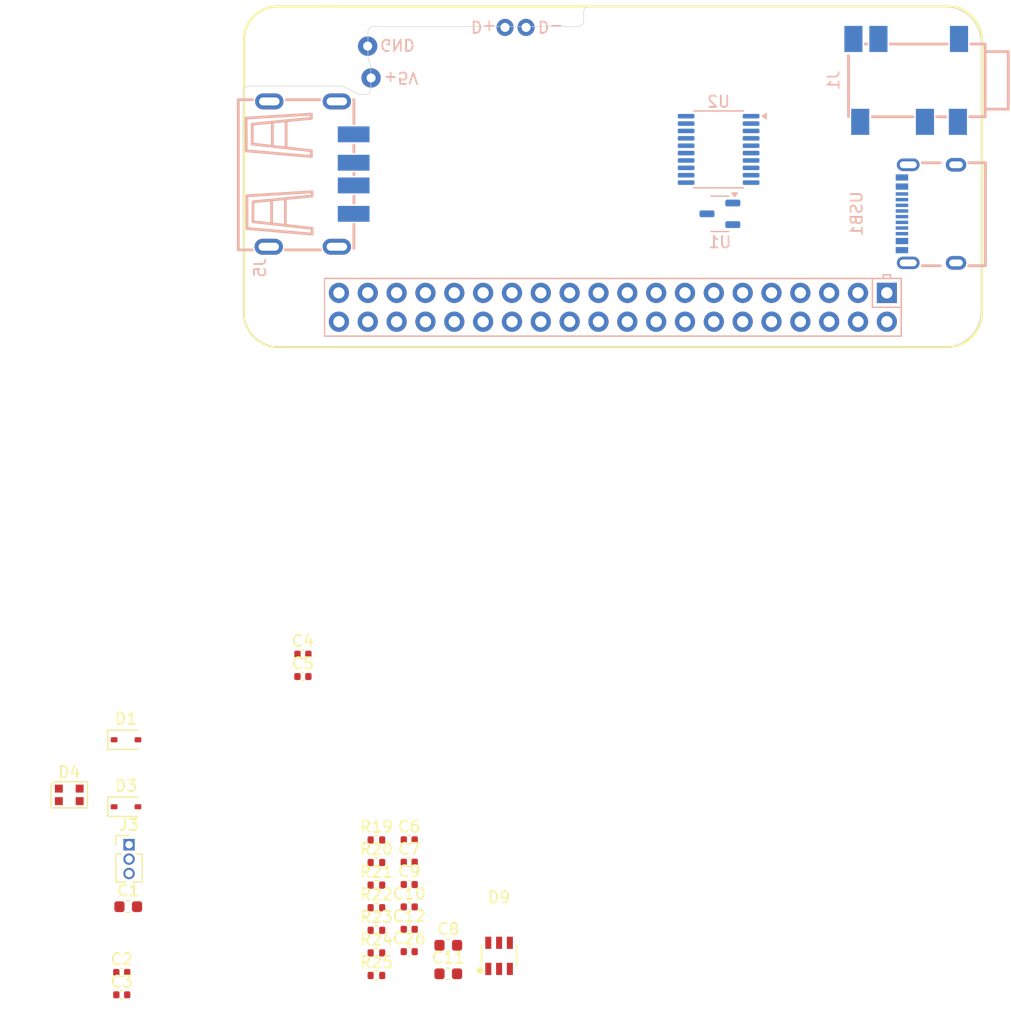
<source format=kicad_pcb>
(kicad_pcb (version 20241229) (generator "pcbnew") (generator_version "9.0")
  (layers (0 "F.Cu" signal) (2 "B.Cu" signal) (13 "F.Paste" user) (15 "B.Paste" user) (5 "F.SilkS" user "F.Silkscreen") (7 "B.SilkS" user "B.Silkscreen") (1 "F.Mask" user) (3 "B.Mask" user) (25 "Edge.Cuts" user))
  (net 0 "")
  (net 1 "GND")
  (net 2 "+5V_USB")
  (net 5 "+5V")
  (net 6 "/LED_STAGE_1")
  (net 7 "/LED_STAGE_2")
  (net 50 "+3V3D")
  (net 51 "/V_USB_HOST")
  (net 52 "+3V3A")
  (net 55 "Net-(U2-CAPM)")
  (net 56 "Net-(U2-CAPP)")
  (net 57 "/USB_D_HOST_N")
  (net 58 "/USB_D_HOST_P")
  (net 59 "Net-(U2-VNEG)")
  (net 60 "Net-(C7-Pad1)")
  (net 61 "Net-(U2-LDOO)")
  (net 62 "Net-(C10-Pad1)")
  (net 64 "Net-(D1-A)")
  (net 65 "/USB_D_N")
  (net 66 "/USB_D_P")
  (net 68 "/USB_CC2")
  (net 69 "/USB_CC1")
  (net 70 "Net-(U2-OUTL)")
  (net 71 "Net-(U2-OUTR)")
  (net 78 "/I2S_CLK")
  (net 79 "/I2S_WS")
  (net 80 "/I2S_DATA")
  (footprint "LED_SMD:LED_WS2812B-2020_PLCC4_2.0x2.0mm" (layer "F.Cu") (at 102.19 154.67)
    (property "Reference" "D4" (at 0 -2 0) (layer "F.SilkS"))
    (property "Value" "WS2812B-2020")
    (fp_line (start -1.6 1.15) (end -1.6 -0.85) (stroke (width 0.12)) (layer "F.SilkS"))
    (fp_line (start -1.6 1.15) (end 1.6 1.15) (stroke (width 0.12)) (layer "F.SilkS"))
    (fp_line (start -1.3 -1.15) (end -1.6 -0.85) (stroke (width 0.12)) (layer "F.SilkS"))
    (fp_line (start -1.3 -1.15) (end 1.6 -1.15) (stroke (width 0.12)) (layer "F.SilkS"))
    (fp_line (start 1.6 -1.15) (end 1.6 1.15) (stroke (width 0.12)) (layer "F.SilkS"))
    (pad "1" smd rect (at -0.915 -0.55) (size 0.7 0.7) (layers "F.Cu" "F.Mask" "F.Paste") (net 7 "/LED_STAGE_2"))
    (pad "2" smd rect (at -0.915 0.55) (size 0.7 0.7) (layers "F.Cu" "F.Mask" "F.Paste") (net 1 "GND"))
    (pad "3" smd rect (at 0.915 0.55) (size 0.7 0.7) (layers "F.Cu" "F.Mask" "F.Paste") (net 6 "/LED_STAGE_1"))
    (pad "4" smd rect (at 0.915 -0.55) (size 0.7 0.7) (layers "F.Cu" "F.Mask" "F.Paste") (net 5 "+5V"))
  )
  (footprint "Resistor_SMD:R_0402_1005Metric" (layer "F.Cu") (at 129.245 164.61)
    (property "Reference" "R22" (at 0 -1.17 0) (layer "F.SilkS"))
    (property "Value" "470")
    (fp_line (start -0.153641 -0.38) (end 0.153641 -0.38) (stroke (width 0.12)) (layer "F.SilkS"))
    (fp_line (start -0.153641 0.38) (end 0.153641 0.38) (stroke (width 0.12)) (layer "F.SilkS"))
    (pad "1" smd roundrect (at -0.51 0) (size 0.54 0.64) (layers "F.Cu" "F.Mask" "F.Paste") (net 71 "Net-(U2-OUTR)"))
    (pad "2" smd roundrect (at 0.51 0) (size 0.54 0.64) (layers "F.Cu" "F.Mask" "F.Paste") (net 60 "Net-(C7-Pad1)"))
  )
  (footprint "Resistor_SMD:R_0402_1005Metric" (layer "F.Cu") (at 129.245 162.62)
    (property "Reference" "R21" (at 0 -1.17 0) (layer "F.SilkS"))
    (property "Value" "470")
    (fp_line (start -0.153641 -0.38) (end 0.153641 -0.38) (stroke (width 0.12)) (layer "F.SilkS"))
    (fp_line (start -0.153641 0.38) (end 0.153641 0.38) (stroke (width 0.12)) (layer "F.SilkS"))
    (pad "1" smd roundrect (at -0.51 0) (size 0.54 0.64) (layers "F.Cu" "F.Mask" "F.Paste") (net 70 "Net-(U2-OUTL)"))
    (pad "2" smd roundrect (at 0.51 0) (size 0.54 0.64) (layers "F.Cu" "F.Mask" "F.Paste") (net 62 "Net-(C10-Pad1)"))
  )
  (footprint "Capacitor_SMD:C_0402_1005Metric" (layer "F.Cu") (at 122.77 144.25)
    (property "Reference" "C5" (at 0 -1.16 0) (layer "F.SilkS"))
    (property "Value" "2.2u")
    (fp_line (start -0.107836 -0.36) (end 0.107836 -0.36) (stroke (width 0.12)) (layer "F.SilkS"))
    (fp_line (start -0.107836 0.36) (end 0.107836 0.36) (stroke (width 0.12)) (layer "F.SilkS"))
    (pad "1" smd roundrect (at -0.48 0) (size 0.56 0.62) (layers "F.Cu" "F.Mask" "F.Paste") (net 56 "Net-(U2-CAPP)"))
    (pad "2" smd roundrect (at 0.48 0) (size 0.56 0.62) (layers "F.Cu" "F.Mask" "F.Paste") (net 55 "Net-(U2-CAPM)"))
  )
  (footprint "Resistor_SMD:R_0402_1005Metric" (layer "F.Cu") (at 129.245 158.64)
    (property "Reference" "R19" (at 0 -1.17 0) (layer "F.SilkS"))
    (property "Value" "5.1k")
    (fp_line (start -0.153641 -0.38) (end 0.153641 -0.38) (stroke (width 0.12)) (layer "F.SilkS"))
    (fp_line (start -0.153641 0.38) (end 0.153641 0.38) (stroke (width 0.12)) (layer "F.SilkS"))
    (pad "1" smd roundrect (at -0.51 0) (size 0.54 0.64) (layers "F.Cu" "F.Mask" "F.Paste") (net 68 "/USB_CC2"))
    (pad "2" smd roundrect (at 0.51 0) (size 0.54 0.64) (layers "F.Cu" "F.Mask" "F.Paste") (net 1 "GND"))
  )
  (footprint "Resistor_SMD:R_0402_1005Metric" (layer "F.Cu") (at 129.245 166.6)
    (property "Reference" "R23" (at 0 -1.17 0) (layer "F.SilkS"))
    (property "Value" "22")
    (fp_line (start -0.153641 -0.38) (end 0.153641 -0.38) (stroke (width 0.12)) (layer "F.SilkS"))
    (fp_line (start -0.153641 0.38) (end 0.153641 0.38) (stroke (width 0.12)) (layer "F.SilkS"))
    (pad "1" smd roundrect (at -0.51 0) (size 0.54 0.64) (layers "F.Cu" "F.Mask" "F.Paste"))
    (pad "2" smd roundrect (at 0.51 0) (size 0.54 0.64) (layers "F.Cu" "F.Mask" "F.Paste"))
  )
  (footprint "Capacitor_SMD:C_0603_1608Metric" (layer "F.Cu") (at 107.385 164.52)
    (property "Reference" "C1" (at 0 -1.43 0) (layer "F.SilkS"))
    (property "Value" "10u")
    (fp_line (start -0.14058 -0.51) (end 0.14058 -0.51) (stroke (width 0.12)) (layer "F.SilkS"))
    (fp_line (start -0.14058 0.51) (end 0.14058 0.51) (stroke (width 0.12)) (layer "F.SilkS"))
    (pad "1" smd roundrect (at -0.775 0) (size 0.9 0.95) (layers "F.Cu" "F.Mask" "F.Paste") (net 52 "+3V3A"))
    (pad "2" smd roundrect (at 0.775 0) (size 0.9 0.95) (layers "F.Cu" "F.Mask" "F.Paste") (net 1 "GND"))
  )
  (footprint "Capacitor_SMD:C_0402_1005Metric" (layer "F.Cu") (at 106.815 170.31)
    (property "Reference" "C2" (at 0 -1.16 0) (layer "F.SilkS"))
    (property "Value" "100n")
    (fp_line (start -0.107836 -0.36) (end 0.107836 -0.36) (stroke (width 0.12)) (layer "F.SilkS"))
    (fp_line (start -0.107836 0.36) (end 0.107836 0.36) (stroke (width 0.12)) (layer "F.SilkS"))
    (pad "1" smd roundrect (at -0.48 0) (size 0.56 0.62) (layers "F.Cu" "F.Mask" "F.Paste") (net 5 "+5V"))
    (pad "2" smd roundrect (at 0.48 0) (size 0.56 0.62) (layers "F.Cu" "F.Mask" "F.Paste") (net 1 "GND"))
  )
  (footprint "Resistor_SMD:R_0402_1005Metric" (layer "F.Cu") (at 129.245 168.59)
    (property "Reference" "R24" (at 0 -1.17 0) (layer "F.SilkS"))
    (property "Value" "22")
    (fp_line (start -0.153641 -0.38) (end 0.153641 -0.38) (stroke (width 0.12)) (layer "F.SilkS"))
    (fp_line (start -0.153641 0.38) (end 0.153641 0.38) (stroke (width 0.12)) (layer "F.SilkS"))
    (pad "1" smd roundrect (at -0.51 0) (size 0.54 0.64) (layers "F.Cu" "F.Mask" "F.Paste"))
    (pad "2" smd roundrect (at 0.51 0) (size 0.54 0.64) (layers "F.Cu" "F.Mask" "F.Paste"))
  )
  (footprint "Capacitor_SMD:C_0603_1608Metric" (layer "F.Cu") (at 135.575 170.43)
    (property "Reference" "C11" (at 0 -1.43 0) (layer "F.SilkS"))
    (property "Value" "10u")
    (fp_line (start -0.14058 -0.51) (end 0.14058 -0.51) (stroke (width 0.12)) (layer "F.SilkS"))
    (fp_line (start -0.14058 0.51) (end 0.14058 0.51) (stroke (width 0.12)) (layer "F.SilkS"))
    (pad "1" smd roundrect (at -0.775 0) (size 0.9 0.95) (layers "F.Cu" "F.Mask" "F.Paste") (net 50 "+3V3D"))
    (pad "2" smd roundrect (at 0.775 0) (size 0.9 0.95) (layers "F.Cu" "F.Mask" "F.Paste") (net 1 "GND"))
  )
  (footprint "Diode_SMD:D_SOD-323" (layer "F.Cu") (at 107.19 155.72)
    (property "Reference" "D3" (at 0 -1.85 0) (layer "F.SilkS"))
    (property "Value" "BAT60JFILM")
    (fp_line (start -1.61 -0.85) (end -1.61 0.85) (stroke (width 0.12)) (layer "F.SilkS"))
    (fp_line (start -1.61 -0.85) (end 1.05 -0.85) (stroke (width 0.12)) (layer "F.SilkS"))
    (fp_line (start -1.61 0.85) (end 1.05 0.85) (stroke (width 0.12)) (layer "F.SilkS"))
    (pad "1" smd roundrect (at -1.05 0) (size 0.6 0.45) (layers "F.Cu" "F.Mask" "F.Paste") (net 5 "+5V"))
    (pad "2" smd roundrect (at 1.05 0) (size 0.6 0.45) (layers "F.Cu" "F.Mask" "F.Paste") (net 52 "+3V3A"))
  )
  (footprint "Capacitor_SMD:C_0603_1608Metric" (layer "F.Cu") (at 135.575 167.92)
    (property "Reference" "C8" (at 0 -1.43 0) (layer "F.SilkS"))
    (property "Value" "10u")
    (fp_line (start -0.14058 -0.51) (end 0.14058 -0.51) (stroke (width 0.12)) (layer "F.SilkS"))
    (fp_line (start -0.14058 0.51) (end 0.14058 0.51) (stroke (width 0.12)) (layer "F.SilkS"))
    (pad "1" smd roundrect (at -0.775 0) (size 0.9 0.95) (layers "F.Cu" "F.Mask" "F.Paste") (net 61 "Net-(U2-LDOO)"))
    (pad "2" smd roundrect (at 0.775 0) (size 0.9 0.95) (layers "F.Cu" "F.Mask" "F.Paste") (net 1 "GND"))
  )
  (footprint "Capacitor_SMD:C_0402_1005Metric" (layer "F.Cu") (at 122.77 142.28)
    (property "Reference" "C4" (at 0 -1.16 0) (layer "F.SilkS"))
    (property "Value" "100n")
    (fp_line (start -0.107836 -0.36) (end 0.107836 -0.36) (stroke (width 0.12)) (layer "F.SilkS"))
    (fp_line (start -0.107836 0.36) (end 0.107836 0.36) (stroke (width 0.12)) (layer "F.SilkS"))
    (pad "1" smd roundrect (at -0.48 0) (size 0.56 0.62) (layers "F.Cu" "F.Mask" "F.Paste") (net 52 "+3V3A"))
    (pad "2" smd roundrect (at 0.48 0) (size 0.56 0.62) (layers "F.Cu" "F.Mask" "F.Paste") (net 1 "GND"))
  )
  (footprint "Capacitor_SMD:C_0402_1005Metric" (layer "F.Cu") (at 132.135 158.63)
    (property "Reference" "C6" (at 0 -1.16 0) (layer "F.SilkS"))
    (property "Value" "2.2u")
    (fp_line (start -0.107836 -0.36) (end 0.107836 -0.36) (stroke (width 0.12)) (layer "F.SilkS"))
    (fp_line (start -0.107836 0.36) (end 0.107836 0.36) (stroke (width 0.12)) (layer "F.SilkS"))
    (pad "1" smd roundrect (at -0.48 0) (size 0.56 0.62) (layers "F.Cu" "F.Mask" "F.Paste") (net 59 "Net-(U2-VNEG)"))
    (pad "2" smd roundrect (at 0.48 0) (size 0.56 0.62) (layers "F.Cu" "F.Mask" "F.Paste") (net 1 "GND"))
  )
  (footprint "_lib:SOT-23-6_L2.9-W1.6-P0.95-LS2.8-BL" (layer "F.Cu") (at 140.05 168.85)
    (property "Reference" "D9" (at 0 -5.15 0) (layer "F.SilkS"))
    (property "Value" "USBLC6-2SC6")
    (fp_line (start -1.54 0.89) (end -1.54 -0.89) (stroke (width 0.15)) (layer "F.SilkS"))
    (fp_line (start 1.54 0.89) (end 1.54 -0.89) (stroke (width 0.15)) (layer "F.SilkS"))
    (fp_circle (center -1.67 1.3) (end -1.52 1.3) (stroke (width 0.3)) (fill no) (layer "F.SilkS"))
    (pad "1" smd rect (at -0.95 1.15) (size 0.53 1.07) (layers "F.Cu" "F.Mask" "F.Paste") (net 58 "/USB_D_HOST_P"))
    (pad "2" smd rect (at 0 1.15) (size 0.53 1.07) (layers "F.Cu" "F.Mask" "F.Paste") (net 1 "GND"))
    (pad "3" smd rect (at 0.95 1.15) (size 0.53 1.07) (layers "F.Cu" "F.Mask" "F.Paste") (net 57 "/USB_D_HOST_N"))
    (pad "4" smd rect (at 0.95 -1.15) (size 0.53 1.07) (layers "F.Cu" "F.Mask" "F.Paste") (net 65 "/USB_D_N"))
    (pad "5" smd rect (at 0 -1.15) (size 0.53 1.07) (layers "F.Cu" "F.Mask" "F.Paste"))
    (pad "6" smd rect (at -0.95 -1.15) (size 0.53 1.07) (layers "F.Cu" "F.Mask" "F.Paste") (net 66 "/USB_D_P"))
  )
  (footprint "Capacitor_SMD:C_0402_1005Metric" (layer "F.Cu") (at 132.135 168.48)
    (property "Reference" "C26" (at 0 -1.16 0) (layer "F.SilkS"))
    (property "Value" "100n")
    (fp_line (start -0.107836 -0.36) (end 0.107836 -0.36) (stroke (width 0.12)) (layer "F.SilkS"))
    (fp_line (start -0.107836 0.36) (end 0.107836 0.36) (stroke (width 0.12)) (layer "F.SilkS"))
    (pad "1" smd roundrect (at -0.48 0) (size 0.56 0.62) (layers "F.Cu" "F.Mask" "F.Paste"))
    (pad "2" smd roundrect (at 0.48 0) (size 0.56 0.62) (layers "F.Cu" "F.Mask" "F.Paste") (net 1 "GND"))
  )
  (footprint "Capacitor_SMD:C_0402_1005Metric" (layer "F.Cu") (at 132.135 162.57)
    (property "Reference" "C9" (at 0 -1.16 0) (layer "F.SilkS"))
    (property "Value" "100n")
    (fp_line (start -0.107836 -0.36) (end 0.107836 -0.36) (stroke (width 0.12)) (layer "F.SilkS"))
    (fp_line (start -0.107836 0.36) (end 0.107836 0.36) (stroke (width 0.12)) (layer "F.SilkS"))
    (pad "1" smd roundrect (at -0.48 0) (size 0.56 0.62) (layers "F.Cu" "F.Mask" "F.Paste") (net 61 "Net-(U2-LDOO)"))
    (pad "2" smd roundrect (at 0.48 0) (size 0.56 0.62) (layers "F.Cu" "F.Mask" "F.Paste") (net 1 "GND"))
  )
  (footprint "Resistor_SMD:R_0402_1005Metric" (layer "F.Cu") (at 129.245 160.63)
    (property "Reference" "R20" (at 0 -1.17 0) (layer "F.SilkS"))
    (property "Value" "5.1k")
    (fp_line (start -0.153641 -0.38) (end 0.153641 -0.38) (stroke (width 0.12)) (layer "F.SilkS"))
    (fp_line (start -0.153641 0.38) (end 0.153641 0.38) (stroke (width 0.12)) (layer "F.SilkS"))
    (pad "1" smd roundrect (at -0.51 0) (size 0.54 0.64) (layers "F.Cu" "F.Mask" "F.Paste") (net 69 "/USB_CC1"))
    (pad "2" smd roundrect (at 0.51 0) (size 0.54 0.64) (layers "F.Cu" "F.Mask" "F.Paste") (net 1 "GND"))
  )
  (footprint "Connector_PinHeader_1.27mm:PinHeader_1x03_P1.27mm_Vertical" (layer "F.Cu") (at 107.455 159.06)
    (property "Reference" "J3" (at 0 -1.745 0) (layer "F.SilkS"))
    (property "Value" "LED")
    (fp_line (start -1.16 -0.81) (end 0 -0.81) (stroke (width 0.12)) (layer "F.SilkS"))
    (fp_line (start -1.16 0) (end -1.16 -0.81) (stroke (width 0.12)) (layer "F.SilkS"))
    (fp_line (start -1.16 0.81) (end -1.16 3.285) (stroke (width 0.12)) (layer "F.SilkS"))
    (fp_line (start -1.16 0.81) (end -0.666708 0.81) (stroke (width 0.12)) (layer "F.SilkS"))
    (fp_line (start -1.16 3.285) (end -0.317923 3.285) (stroke (width 0.12)) (layer "F.SilkS"))
    (fp_line (start 0.317923 3.285) (end 1.16 3.285) (stroke (width 0.12)) (layer "F.SilkS"))
    (fp_line (start 0.666708 0.81) (end 1.16 0.81) (stroke (width 0.12)) (layer "F.SilkS"))
    (fp_line (start 1.16 0.81) (end 1.16 3.285) (stroke (width 0.12)) (layer "F.SilkS"))
    (pad "1" thru_hole rect (at 0 0) (size 1 1) (drill 0.65) (layers "*.Cu" "*.Mask") (net 1 "GND"))
    (pad "2" thru_hole circle (at 0 1.27) (size 1 1) (drill 0.65) (layers "*.Cu" "*.Mask") (net 7 "/LED_STAGE_2"))
    (pad "3" thru_hole circle (at 0 2.54) (size 1 1) (drill 0.65) (layers "*.Cu" "*.Mask") (net 5 "+5V"))
  )
  (footprint "Diode_SMD:D_SOD-323" (layer "F.Cu") (at 107.19 149.82)
    (property "Reference" "D1" (at 0 -1.85 0) (layer "F.SilkS"))
    (property "Value" "BAT60JFILM")
    (fp_line (start -1.61 -0.85) (end -1.61 0.85) (stroke (width 0.12)) (layer "F.SilkS"))
    (fp_line (start -1.61 -0.85) (end 1.05 -0.85) (stroke (width 0.12)) (layer "F.SilkS"))
    (fp_line (start -1.61 0.85) (end 1.05 0.85) (stroke (width 0.12)) (layer "F.SilkS"))
    (pad "1" smd roundrect (at -1.05 0) (size 0.6 0.45) (layers "F.Cu" "F.Mask" "F.Paste") (net 2 "+5V_USB"))
    (pad "2" smd roundrect (at 1.05 0) (size 0.6 0.45) (layers "F.Cu" "F.Mask" "F.Paste") (net 64 "Net-(D1-A)"))
  )
  (footprint "Capacitor_SMD:C_0402_1005Metric" (layer "F.Cu") (at 132.135 164.54)
    (property "Reference" "C10" (at 0 -1.16 0) (layer "F.SilkS"))
    (property "Value" "2.2n")
    (fp_line (start -0.107836 -0.36) (end 0.107836 -0.36) (stroke (width 0.12)) (layer "F.SilkS"))
    (fp_line (start -0.107836 0.36) (end 0.107836 0.36) (stroke (width 0.12)) (layer "F.SilkS"))
    (pad "1" smd roundrect (at -0.48 0) (size 0.56 0.62) (layers "F.Cu" "F.Mask" "F.Paste") (net 62 "Net-(C10-Pad1)"))
    (pad "2" smd roundrect (at 0.48 0) (size 0.56 0.62) (layers "F.Cu" "F.Mask" "F.Paste") (net 1 "GND"))
  )
  (footprint "Capacitor_SMD:C_0402_1005Metric" (layer "F.Cu") (at 106.815 172.28)
    (property "Reference" "C3" (at 0 -1.16 0) (layer "F.SilkS"))
    (property "Value" "2.2u")
    (fp_line (start -0.107836 -0.36) (end 0.107836 -0.36) (stroke (width 0.12)) (layer "F.SilkS"))
    (fp_line (start -0.107836 0.36) (end 0.107836 0.36) (stroke (width 0.12)) (layer "F.SilkS"))
    (pad "1" smd roundrect (at -0.48 0) (size 0.56 0.62) (layers "F.Cu" "F.Mask" "F.Paste"))
    (pad "2" smd roundrect (at 0.48 0) (size 0.56 0.62) (layers "F.Cu" "F.Mask" "F.Paste"))
  )
  (footprint "Capacitor_SMD:C_0402_1005Metric" (layer "F.Cu") (at 132.135 160.6)
    (property "Reference" "C7" (at 0 -1.16 0) (layer "F.SilkS"))
    (property "Value" "2.2n")
    (fp_line (start -0.107836 -0.36) (end 0.107836 -0.36) (stroke (width 0.12)) (layer "F.SilkS"))
    (fp_line (start -0.107836 0.36) (end 0.107836 0.36) (stroke (width 0.12)) (layer "F.SilkS"))
    (pad "1" smd roundrect (at -0.48 0) (size 0.56 0.62) (layers "F.Cu" "F.Mask" "F.Paste") (net 60 "Net-(C7-Pad1)"))
    (pad "2" smd roundrect (at 0.48 0) (size 0.56 0.62) (layers "F.Cu" "F.Mask" "F.Paste") (net 1 "GND"))
  )
  (footprint "Resistor_SMD:R_0402_1005Metric" (layer "F.Cu") (at 129.245 170.58)
    (property "Reference" "R25" (at 0 -1.17 0) (layer "F.SilkS"))
    (property "Value" "22")
    (fp_line (start -0.153641 -0.38) (end 0.153641 -0.38) (stroke (width 0.12)) (layer "F.SilkS"))
    (fp_line (start -0.153641 0.38) (end 0.153641 0.38) (stroke (width 0.12)) (layer "F.SilkS"))
    (pad "1" smd roundrect (at -0.51 0) (size 0.54 0.64) (layers "F.Cu" "F.Mask" "F.Paste"))
    (pad "2" smd roundrect (at 0.51 0) (size 0.54 0.64) (layers "F.Cu" "F.Mask" "F.Paste"))
  )
  (footprint "Capacitor_SMD:C_0402_1005Metric" (layer "F.Cu") (at 132.135 166.51)
    (property "Reference" "C12" (at 0 -1.16 0) (layer "F.SilkS"))
    (property "Value" "100n")
    (fp_line (start -0.107836 -0.36) (end 0.107836 -0.36) (stroke (width 0.12)) (layer "F.SilkS"))
    (fp_line (start -0.107836 0.36) (end 0.107836 0.36) (stroke (width 0.12)) (layer "F.SilkS"))
    (pad "1" smd roundrect (at -0.48 0) (size 0.56 0.62) (layers "F.Cu" "F.Mask" "F.Paste") (net 50 "+3V3D"))
    (pad "2" smd roundrect (at 0.48 0) (size 0.56 0.62) (layers "F.Cu" "F.Mask" "F.Paste") (net 1 "GND"))
  )
  (footprint "Package_SO:TSSOP-20_4.4x6.5mm_P0.65mm" (layer "B.Cu") (at 159.3875 97.825 180)
    (property "Reference" "U2" (at 0 4.2 0) (layer "B.SilkS") (effects (justify mirror)))
    (property "Value" "PCM5102A")
    (fp_line (start 0 3.385) (end 2.2 3.385) (stroke (width 0.12)) (layer "B.SilkS"))
    (fp_line (start 0 3.385) (end -2.2 3.385) (stroke (width 0.12)) (layer "B.SilkS"))
    (fp_line (start 0 -3.385) (end 2.2 -3.385) (stroke (width 0.12)) (layer "B.SilkS"))
    (fp_line (start 0 -3.385) (end -2.2 -3.385) (stroke (width 0.12)) (layer "B.SilkS"))
    (fp_poly (pts (xy -3.86 2.925) (xy -4.19 2.685) (xy -4.19 3.165)) (stroke (width 0.12)) (fill yes) (layer "B.SilkS"))
    (pad "1" smd roundrect (at -2.8625 2.925 180) (size 1.475 0.4) (layers "B.Cu" "B.Mask" "B.Paste") (net 52 "+3V3A"))
    (pad "2" smd roundrect (at -2.8625 2.275 180) (size 1.475 0.4) (layers "B.Cu" "B.Mask" "B.Paste") (net 56 "Net-(U2-CAPP)"))
    (pad "3" smd roundrect (at -2.8625 1.625 180) (size 1.475 0.4) (layers "B.Cu" "B.Mask" "B.Paste") (net 1 "GND"))
    (pad "4" smd roundrect (at -2.8625 0.975 180) (size 1.475 0.4) (layers "B.Cu" "B.Mask" "B.Paste") (net 55 "Net-(U2-CAPM)"))
    (pad "5" smd roundrect (at -2.8625 0.325 180) (size 1.475 0.4) (layers "B.Cu" "B.Mask" "B.Paste") (net 59 "Net-(U2-VNEG)"))
    (pad "6" smd roundrect (at -2.8625 -0.325 180) (size 1.475 0.4) (layers "B.Cu" "B.Mask" "B.Paste") (net 70 "Net-(U2-OUTL)"))
    (pad "7" smd roundrect (at -2.8625 -0.975 180) (size 1.475 0.4) (layers "B.Cu" "B.Mask" "B.Paste") (net 71 "Net-(U2-OUTR)"))
    (pad "8" smd roundrect (at -2.8625 -1.625 180) (size 1.475 0.4) (layers "B.Cu" "B.Mask" "B.Paste") (net 52 "+3V3A"))
    (pad "9" smd roundrect (at -2.8625 -2.275 180) (size 1.475 0.4) (layers "B.Cu" "B.Mask" "B.Paste") (net 1 "GND"))
    (pad "10" smd roundrect (at -2.8625 -2.925 180) (size 1.475 0.4) (layers "B.Cu" "B.Mask" "B.Paste") (net 1 "GND"))
    (pad "11" smd roundrect (at 2.8625 -2.925 180) (size 1.475 0.4) (layers "B.Cu" "B.Mask" "B.Paste") (net 50 "+3V3D"))
    (pad "12" smd roundrect (at 2.8625 -2.275 180) (size 1.475 0.4) (layers "B.Cu" "B.Mask" "B.Paste") (net 1 "GND"))
    (pad "13" smd roundrect (at 2.8625 -1.625 180) (size 1.475 0.4) (layers "B.Cu" "B.Mask" "B.Paste") (net 78 "/I2S_CLK"))
    (pad "14" smd roundrect (at 2.8625 -0.975 180) (size 1.475 0.4) (layers "B.Cu" "B.Mask" "B.Paste") (net 80 "/I2S_DATA"))
    (pad "15" smd roundrect (at 2.8625 -0.325 180) (size 1.475 0.4) (layers "B.Cu" "B.Mask" "B.Paste") (net 79 "/I2S_WS"))
    (pad "16" smd roundrect (at 2.8625 0.325 180) (size 1.475 0.4) (layers "B.Cu" "B.Mask" "B.Paste") (net 1 "GND"))
    (pad "17" smd roundrect (at 2.8625 0.975 180) (size 1.475 0.4) (layers "B.Cu" "B.Mask" "B.Paste") (net 50 "+3V3D"))
    (pad "18" smd roundrect (at 2.8625 1.625 180) (size 1.475 0.4) (layers "B.Cu" "B.Mask" "B.Paste") (net 61 "Net-(U2-LDOO)"))
    (pad "19" smd roundrect (at 2.8625 2.275 180) (size 1.475 0.4) (layers "B.Cu" "B.Mask" "B.Paste") (net 1 "GND"))
    (pad "20" smd roundrect (at 2.8625 2.925 180) (size 1.475 0.4) (layers "B.Cu" "B.Mask" "B.Paste") (net 50 "+3V3D"))
  )
  (footprint "_lib:USB-A-SMD_USB-M-21" (layer "B.Cu") (at 123.5 100 90)
    (property "Reference" "J5" (at -8.25 -4.5 90) (layer "B.SilkS") (effects (justify mirror)))
    (property "Value" "USB_HOST")
    (fp_line (start 6.55 -6.42) (end -6.68 -6.42) (stroke (width 0.25)) (layer "B.SilkS"))
    (fp_line (start -6.68 -6.42) (end -6.68 -5.18) (stroke (width 0.25)) (layer "B.SilkS"))
    (fp_line (start 4.93 -5.73) (end 2.05 -5.72) (stroke (width 0.25)) (layer "B.SilkS"))
    (fp_line (start 2.05 -5.72) (end 1.55 0.02) (stroke (width 0.25)) (layer "B.SilkS"))
    (fp_line (start -1.91 -5.66) (end -4.79 -5.65) (stroke (width 0.25)) (layer "B.SilkS"))
    (fp_line (start -4.79 -5.65) (end -5.29 0.09) (stroke (width 0.25)) (layer "B.SilkS"))
    (fp_line (start 2.65 -5.2) (end 4.4 -5.19) (stroke (width 0.25)) (layer "B.SilkS"))
    (fp_line (start 4.4 -5.19) (end 4.87 -0.42) (stroke (width 0.25)) (layer "B.SilkS"))
    (fp_line (start 6.55 -5.16) (end 6.55 -6.42) (stroke (width 0.25)) (layer "B.SilkS"))
    (fp_line (start -4.19 -5.14) (end -2.44 -5.12) (stroke (width 0.25)) (layer "B.SilkS"))
    (fp_line (start -2.44 -5.12) (end -1.97 -0.35) (stroke (width 0.25)) (layer "B.SilkS"))
    (fp_line (start 2.57 -4.53) (end 2.65 -5.2) (stroke (width 0.25)) (layer "B.SilkS"))
    (fp_line (start -4.27 -4.46) (end -4.19 -5.14) (stroke (width 0.25)) (layer "B.SilkS"))
    (fp_line (start -4.31 -3.49) (end -2.28 -3.49) (stroke (width 0.25)) (layer "B.SilkS"))
    (fp_line (start 2.54 -3.42) (end 4.57 -3.42) (stroke (width 0.25)) (layer "B.SilkS"))
    (fp_line (start -6.68 -2.3) (end -6.68 0.82) (stroke (width 0.25)) (layer "B.SilkS"))
    (fp_line (start -4.45 -2.28) (end -2.19 -2.28) (stroke (width 0.25)) (layer "B.SilkS"))
    (fp_line (start 2.4 -2.21) (end 4.66 -2.21) (stroke (width 0.25)) (layer "B.SilkS"))
    (fp_line (start 4.87 -0.42) (end 4.9 0.01) (stroke (width 0.25)) (layer "B.SilkS"))
    (fp_line (start -1.97 -0.35) (end -1.94 0.08) (stroke (width 0.25)) (layer "B.SilkS"))
    (fp_line (start 5.28 0.01) (end 4.93 -5.73) (stroke (width 0.25)) (layer "B.SilkS"))
    (fp_line (start 4.9 0.01) (end 5.28 0.01) (stroke (width 0.25)) (layer "B.SilkS"))
    (fp_line (start 2.06 0.01) (end 2.57 -4.53) (stroke (width 0.25)) (layer "B.SilkS"))
    (fp_line (start 1.55 0.02) (end 2.06 0.01) (stroke (width 0.25)) (layer "B.SilkS"))
    (fp_line (start -1.56 0.08) (end -1.91 -5.66) (stroke (width 0.25)) (layer "B.SilkS"))
    (fp_line (start -1.94 0.08) (end -1.56 0.08) (stroke (width 0.25)) (layer "B.SilkS"))
    (fp_line (start -4.78 0.08) (end -4.27 -4.46) (stroke (width 0.25)) (layer "B.SilkS"))
    (fp_line (start -5.29 0.09) (end -4.78 0.08) (stroke (width 0.25)) (layer "B.SilkS"))
    (fp_line (start 6.55 0.79) (end 6.55 -2.22) (stroke (width 0.25)) (layer "B.SilkS"))
    (fp_line (start 6.55 3.76) (end 6.55 3.73) (stroke (width 0.25)) (layer "B.SilkS"))
    (fp_line (start 4.43 3.76) (end 6.55 3.76) (stroke (width 0.25)) (layer "B.SilkS"))
    (fp_line (start 1.93 3.76) (end 2.57 3.76) (stroke (width 0.25)) (layer "B.SilkS"))
    (fp_line (start -0.07 3.76) (end 0.07 3.76) (stroke (width 0.25)) (layer "B.SilkS"))
    (fp_line (start -2.57 3.76) (end -1.93 3.76) (stroke (width 0.25)) (layer "B.SilkS"))
    (fp_line (start -6.55 3.76) (end -4.43 3.76) (stroke (width 0.25)) (layer "B.SilkS"))
    (pad "1" smd rect (at 3.5 3.74 270) (size 1.4 2.8) (layers "B.Cu" "B.Mask" "B.Paste") (net 51 "/V_USB_HOST"))
    (pad "2" smd rect (at 1 3.74 270) (size 1.4 2.8) (layers "B.Cu" "B.Mask" "B.Paste") (net 65 "/USB_D_N"))
    (pad "3" smd rect (at -1 3.74 270) (size 1.4 2.8) (layers "B.Cu" "B.Mask" "B.Paste") (net 66 "/USB_D_P"))
    (pad "4" smd rect (at -3.5 3.74 270) (size 1.4 2.8) (layers "B.Cu" "B.Mask" "B.Paste") (net 1 "GND"))
    (pad "5" thru_hole oval (at -6.4 -3.74 180) (size 2.5 1.4) (drill oval 1.799996 0.700024) (layers "*.Cu" "*.Mask") (net 1 "GND"))
    (pad "5" thru_hole oval (at -6.4 2.26 180) (size 2.5 1.4) (drill oval 1.799996 0.700024) (layers "*.Cu" "*.Mask") (net 1 "GND"))
    (pad "5" thru_hole oval (at 6.4 -3.69) (size 2.5 1.4) (drill oval 1.799996 0.700024) (layers "*.Cu" "*.Mask") (net 1 "GND"))
    (pad "5" thru_hole oval (at 6.4 2.26) (size 2.5 1.4) (drill oval 1.799996 0.700024) (layers "*.Cu" "*.Mask") (net 1 "GND"))
  )
  (footprint "_lib:AUDIO-SMD_PJ-342" (layer "B.Cu") (at 175.9125 91.75 90)
    (property "Reference" "J1" (at 0 -6.4125 90) (layer "B.SilkS") (effects (justify mirror)))
    (property "Value" "LINE OUT")
    (fp_line (start 2.17 -5.08) (end 2.17 -5.1) (stroke (width 0.25)) (layer "B.SilkS"))
    (fp_line (start -3.19 -5.08) (end 2.17 -5.08) (stroke (width 0.25)) (layer "B.SilkS"))
    (fp_line (start 3.2 -3.48) (end 3.2 -3.62) (stroke (width 0.25)) (layer "B.SilkS"))
    (fp_line (start -3.2 0.62) (end -3.2 -3.02) (stroke (width 0.25)) (layer "B.SilkS"))
    (fp_line (start -3.2 3.52) (end -3.2 2.68) (stroke (width 0.25)) (layer "B.SilkS"))
    (fp_line (start 3.2 3.62) (end 3.2 -1.42) (stroke (width 0.25)) (layer "B.SilkS"))
    (fp_line (start 3.2 6.95) (end 3.2 5.68) (stroke (width 0.25)) (layer "B.SilkS"))
    (fp_line (start 2.54 6.95) (end 2.54 8.99) (stroke (width 0.25)) (layer "B.SilkS"))
    (fp_line (start -3.2 6.95) (end -3.2 5.58) (stroke (width 0.25)) (layer "B.SilkS"))
    (fp_line (start -3.2 6.95) (end 3.2 6.95) (stroke (width 0.25)) (layer "B.SilkS"))
    (fp_line (start -2.53 7.05) (end -2.54 6.97) (stroke (width 0.25)) (layer "B.SilkS"))
    (fp_line (start 2.54 8.99) (end -2.53 8.99) (stroke (width 0.25)) (layer "B.SilkS"))
    (fp_line (start -2.53 8.99) (end -2.53 7.05) (stroke (width 0.25)) (layer "B.SilkS"))
    (pad "" np_thru_hole circle (at 0 -2.45 90) (size 1.3 1.3) (drill 1.3) (layers "*.Cu" "*.Mask"))
    (pad "" np_thru_hole circle (at 0 4.55 90) (size 1.3 1.3) (drill 1.3) (layers "*.Cu" "*.Mask"))
    (pad "R1" smd rect (at -3.65 1.65 90) (size 2.3 1.6) (layers "B.Cu" "B.Mask" "B.Paste") (net 60 "Net-(C7-Pad1)"))
    (pad "R1N" smd rect (at -3.65 -4.05 270) (size 2.3 1.6) (layers "B.Cu" "B.Mask" "B.Paste"))
    (pad "R2" smd rect (at 3.65 4.65 90) (size 2.3 1.6) (layers "B.Cu" "B.Mask" "B.Paste"))
    (pad "S" smd rect (at -3.65 4.55 90) (size 2.3 1.6) (layers "B.Cu" "B.Mask" "B.Paste") (net 1 "GND"))
    (pad "T" smd rect (at 3.65 -2.45 90) (size 2.3 1.6) (layers "B.Cu" "B.Mask" "B.Paste") (net 62 "Net-(C10-Pad1)"))
    (pad "TN" smd rect (at 3.65 -4.65 270) (size 2.3 1.6) (layers "B.Cu" "B.Mask" "B.Paste"))
  )
  (footprint "_lib:Raspberry_Pi_Zero" (layer "B.Cu") (at 117.575 85.23175)
    (property "Reference" "A1" (hide yes))
    (property "Value" "Raspberry Pi Zero")
    (fp_line (start 0 27) (end 0 3) (stroke (width 0.2)) (layer "F.SilkS"))
    (fp_line (start 3 0) (end 6.85 0) (stroke (width 0.2)) (layer "F.SilkS"))
    (fp_line (start 6.85 0) (end 14.35 0) (stroke (width 0.2)) (layer "F.SilkS"))
    (fp_line (start 14.35 0) (end 62 0) (stroke (width 0.2)) (layer "F.SilkS"))
    (fp_line (start 62 30) (end 3 30) (stroke (width 0.2)) (layer "F.SilkS"))
    (fp_line (start 65 3) (end 65 27) (stroke (width 0.2)) (layer "F.SilkS"))
    (fp_arc (start 0 3) (mid 0.87868 0.87868) (end 3 0) (stroke (width 0.2)) (layer "F.SilkS"))
    (fp_arc (start 3 30) (mid 0.87868 29.12132) (end 0 27) (stroke (width 0.2)) (layer "F.SilkS"))
    (fp_arc (start 62 0) (mid 64.12132 0.87868) (end 65 3) (stroke (width 0.2)) (layer "F.SilkS"))
    (fp_arc (start 65 27) (mid 64.12132 29.12132) (end 62 30) (stroke (width 0.2)) (layer "F.SilkS"))
    (fp_line (start 7.1 23.96) (end 7.1 29.04) (stroke (width 0.127)) (layer "B.SilkS"))
    (fp_line (start 7.1 29.04) (end 57.9 29.04) (stroke (width 0.127)) (layer "B.SilkS"))
    (fp_line (start 55.36 23.96) (end 7.1 23.96) (stroke (width 0.127)) (layer "B.SilkS"))
    (fp_line (start 55.36 26.5) (end 55.36 23.96) (stroke (width 0.127)) (layer "B.SilkS"))
    (fp_line (start 56.3125 23.6425) (end 56.3125 23.96) (stroke (width 0.127)) (layer "B.SilkS"))
    (fp_line (start 56.3125 23.96) (end 55.36 23.96) (stroke (width 0.127)) (layer "B.SilkS"))
    (fp_line (start 56.9475 23.6425) (end 56.3125 23.6425) (stroke (width 0.127)) (layer "B.SilkS"))
    (fp_line (start 56.9475 23.96) (end 56.3125 23.96) (stroke (width 0.127)) (layer "B.SilkS"))
    (fp_line (start 56.9475 23.96) (end 56.9475 23.6425) (stroke (width 0.127)) (layer "B.SilkS"))
    (fp_line (start 57.9 23.96) (end 56.9475 23.96) (stroke (width 0.127)) (layer "B.SilkS"))
    (fp_line (start 57.9 26.5) (end 55.36 26.5) (stroke (width 0.127)) (layer "B.SilkS"))
    (fp_line (start 57.9 26.5) (end 57.9 23.96) (stroke (width 0.127)) (layer "B.SilkS"))
    (fp_line (start 57.9 29.04) (end 57.9 26.5) (stroke (width 0.127)) (layer "B.SilkS"))
    (fp_text user "+5V" (at 12.2 5.7 180) (layer "B.SilkS") (effects (justify left bottom mirror)))
    (fp_text user "D+" (at 19.9 1.2 180) (layer "B.SilkS") (effects (justify left bottom mirror)))
    (fp_text user "D-" (at 25.8 1.2 180) (layer "B.SilkS") (effects (justify left bottom mirror)))
    (fp_text user "GND" (at 11.9 2.8 180) (layer "B.SilkS") (effects (justify left bottom mirror)))
    (pad "" np_thru_hole circle (at 3.5 26.5) (size 2.75 2.75) (drill 2.75) (layers "*.Cu" "*.Mask"))
    (pad "" np_thru_hole circle (at 61.5 26.5) (size 2.75 2.75) (drill 2.75) (layers "*.Cu" "*.Mask"))
    (pad "1" thru_hole rect (at 56.63 25.23) (size 1.778 1.778) (drill 1) (layers "*.Cu" "*.Mask") (net 50 "+3V3D"))
    (pad "2" thru_hole circle (at 56.63 27.77) (size 1.778 1.778) (drill 1) (layers "*.Cu" "*.Mask"))
    (pad "3" thru_hole circle (at 54.09 25.23) (size 1.778 1.778) (drill 1) (layers "*.Cu" "*.Mask"))
    (pad "4" thru_hole circle (at 54.09 27.77) (size 1.778 1.778) (drill 1) (layers "*.Cu" "*.Mask"))
    (pad "5" thru_hole circle (at 51.55 25.23) (size 1.778 1.778) (drill 1) (layers "*.Cu" "*.Mask"))
    (pad "6" thru_hole circle (at 51.55 27.77) (size 1.778 1.778) (drill 1) (layers "*.Cu" "*.Mask"))
    (pad "7" thru_hole circle (at 49.01 25.23) (size 1.778 1.778) (drill 1) (layers "*.Cu" "*.Mask"))
    (pad "8" thru_hole circle (at 49.01 27.77) (size 1.778 1.778) (drill 1) (layers "*.Cu" "*.Mask"))
    (pad "9" thru_hole circle (at 46.47 25.23) (size 1.778 1.778) (drill 1) (layers "*.Cu" "*.Mask"))
    (pad "10" thru_hole circle (at 46.47 27.77) (size 1.778 1.778) (drill 1) (layers "*.Cu" "*.Mask"))
    (pad "11" thru_hole circle (at 43.93 25.23) (size 1.778 1.778) (drill 1) (layers "*.Cu" "*.Mask"))
    (pad "12" thru_hole circle (at 43.93 27.77) (size 1.778 1.778) (drill 1) (layers "*.Cu" "*.Mask"))
    (pad "13" thru_hole circle (at 41.39 25.23) (size 1.778 1.778) (drill 1) (layers "*.Cu" "*.Mask"))
    (pad "14" thru_hole circle (at 41.39 27.77) (size 1.778 1.778) (drill 1) (layers "*.Cu" "*.Mask"))
    (pad "15" thru_hole circle (at 38.85 25.23) (size 1.778 1.778) (drill 1) (layers "*.Cu" "*.Mask"))
    (pad "16" thru_hole circle (at 38.85 27.77) (size 1.778 1.778) (drill 1) (layers "*.Cu" "*.Mask"))
    (pad "17" thru_hole circle (at 36.31 25.23) (size 1.778 1.778) (drill 1) (layers "*.Cu" "*.Mask"))
    (pad "18" thru_hole circle (at 36.31 27.77) (size 1.778 1.778) (drill 1) (layers "*.Cu" "*.Mask"))
    (pad "19" thru_hole circle (at 33.77 25.23) (size 1.778 1.778) (drill 1) (layers "*.Cu" "*.Mask"))
    (pad "20" thru_hole circle (at 33.77 27.77) (size 1.778 1.778) (drill 1) (layers "*.Cu" "*.Mask"))
    (pad "21" thru_hole circle (at 31.23 25.23) (size 1.778 1.778) (drill 1) (layers "*.Cu" "*.Mask"))
    (pad "22" thru_hole circle (at 31.23 27.77) (size 1.778 1.778) (drill 1) (layers "*.Cu" "*.Mask"))
    (pad "23" thru_hole circle (at 28.69 25.23) (size 1.778 1.778) (drill 1) (layers "*.Cu" "*.Mask"))
    (pad "24" thru_hole circle (at 28.69 27.77) (size 1.778 1.778) (drill 1) (layers "*.Cu" "*.Mask"))
    (pad "25" thru_hole circle (at 26.15 25.23) (size 1.778 1.778) (drill 1) (layers "*.Cu" "*.Mask"))
    (pad "26" thru_hole circle (at 26.15 27.77) (size 1.778 1.778) (drill 1) (layers "*.Cu" "*.Mask"))
    (pad "27" thru_hole circle (at 23.61 25.23) (size 1.778 1.778) (drill 1) (layers "*.Cu" "*.Mask"))
    (pad "28" thru_hole circle (at 23.61 27.77) (size 1.778 1.778) (drill 1) (layers "*.Cu" "*.Mask"))
    (pad "29" thru_hole circle (at 21.07 25.23) (size 1.778 1.778) (drill 1) (layers "*.Cu" "*.Mask"))
    (pad "30" thru_hole circle (at 21.07 27.77) (size 1.778 1.778) (drill 1) (layers "*.Cu" "*.Mask"))
    (pad "31" thru_hole circle (at 18.53 25.23) (size 1.778 1.778) (drill 1) (layers "*.Cu" "*.Mask"))
    (pad "32" thru_hole circle (at 18.53 27.77) (size 1.778 1.778) (drill 1) (layers "*.Cu" "*.Mask"))
    (pad "33" thru_hole circle (at 15.99 25.23) (size 1.778 1.778) (drill 1) (layers "*.Cu" "*.Mask"))
    (pad "34" thru_hole circle (at 15.99 27.77) (size 1.778 1.778) (drill 1) (layers "*.Cu" "*.Mask"))
    (pad "35" thru_hole circle (at 13.45 25.23) (size 1.778 1.778) (drill 1) (layers "*.Cu" "*.Mask"))
    (pad "36" thru_hole circle (at 13.45 27.77) (size 1.778 1.778) (drill 1) (layers "*.Cu" "*.Mask"))
    (pad "37" thru_hole circle (at 10.91 25.23) (size 1.778 1.778) (drill 1) (layers "*.Cu" "*.Mask"))
    (pad "38" thru_hole circle (at 10.91 27.77) (size 1.778 1.778) (drill 1) (layers "*.Cu" "*.Mask"))
    (pad "39" thru_hole circle (at 8.37 25.23) (size 1.778 1.778) (drill 1) (layers "*.Cu" "*.Mask"))
    (pad "40" thru_hole circle (at 8.37 27.77) (size 1.778 1.778) (drill 1) (layers "*.Cu" "*.Mask"))
    (pad "PP1" thru_hole circle (at 11.2 6.3) (size 1.7 1.7) (drill 0.8) (layers "*.Cu" "*.Mask") (net 51 "/V_USB_HOST"))
    (pad "PP6" thru_hole circle (at 10.9 3.5) (size 1.7 1.7) (drill 0.8) (layers "*.Cu" "*.Mask") (net 1 "GND"))
    (pad "PP22" thru_hole circle (at 23 1.85) (size 1.5 1.5) (drill 0.8) (layers "*.Cu" "*.Mask") (net 58 "/USB_D_HOST_P"))
    (pad "PP23" thru_hole circle (at 24.85 1.85) (size 1.5 1.5) (drill 0.8) (layers "*.Cu" "*.Mask") (net 57 "/USB_D_HOST_N"))
  )
  (footprint "Package_TO_SOT_SMD:SOT-23-3" (layer "B.Cu") (at 159.5 103.5 180)
    (property "Reference" "U1" (at 0 -2.5 0) (layer "B.SilkS") (effects (justify mirror)))
    (property "Value" "XC6206P332MR-G")
    (fp_line (start 0 1.56) (end 0.8 1.56) (stroke (width 0.12)) (layer "B.SilkS"))
    (fp_line (start 0 1.56) (end -0.8 1.56) (stroke (width 0.12)) (layer "B.SilkS"))
    (fp_line (start 0 -1.56) (end 0.8 -1.56) (stroke (width 0.12)) (layer "B.SilkS"))
    (fp_line (start 0 -1.56) (end -0.8 -1.56) (stroke (width 0.12)) (layer "B.SilkS"))
    (fp_poly (pts (xy -1.3 1.51) (xy -1.54 1.84) (xy -1.06 1.84)) (stroke (width 0.12)) (fill yes) (layer "B.SilkS"))
    (pad "1" smd roundrect (at -1.1375 0.95 180) (size 1.325 0.6) (layers "B.Cu" "B.Mask" "B.Paste") (net 1 "GND"))
    (pad "2" smd roundrect (at -1.1375 -0.95 180) (size 1.325 0.6) (layers "B.Cu" "B.Mask" "B.Paste") (net 52 "+3V3A"))
    (pad "3" smd roundrect (at 1.1375 0 180) (size 1.325 0.6) (layers "B.Cu" "B.Mask" "B.Paste") (net 5 "+5V"))
  )
  (footprint "_lib:USB-C-SMD_TYPE-C-16PIN" (layer "B.Cu") (at 177.9175 103.5 -90)
    (property "Reference" "USB1" (at 0 6.38 90) (layer "B.SilkS") (effects (justify mirror)))
    (property "Value" "TYPE-C 16PIN 2MD(073)")
    (fp_line (start -4.5 -1) (end -4.5 0.6) (stroke (width 0.25)) (layer "B.SilkS"))
    (fp_line (start 4.57 -1) (end 4.57 0.6) (stroke (width 0.25)) (layer "B.SilkS"))
    (fp_line (start -4.5 -4.97) (end -4.5 -3.5) (stroke (width 0.25)) (layer "B.SilkS"))
    (fp_line (start 4.5 -4.97) (end -4.5 -4.97) (stroke (width 0.25)) (layer "B.SilkS"))
    (fp_line (start 4.57 -4.97) (end 4.57 -3.5) (stroke (width 0.25)) (layer "B.SilkS"))
    (pad "" np_thru_hole circle (at -2.89 1.3 270) (size 0.65 0.65) (drill 0.65) (layers "*.Cu" "*.Mask"))
    (pad "" np_thru_hole circle (at 2.89 1.3 270) (size 0.65 0.65) (drill 0.65) (layers "*.Cu" "*.Mask"))
    (pad "1" smd rect (at -3.2 2.38 270) (size 0.55 1.1) (layers "B.Cu" "B.Mask" "B.Paste") (net 1 "GND"))
    (pad "2" smd rect (at -2.4 2.38 270) (size 0.55 1.1) (layers "B.Cu" "B.Mask" "B.Paste") (net 64 "Net-(D1-A)"))
    (pad "3" smd rect (at -1.75 2.38 270) (size 0.3 1.1) (layers "B.Cu" "B.Mask" "B.Paste"))
    (pad "4" smd rect (at -1.25 2.38 270) (size 0.3 1.1) (layers "B.Cu" "B.Mask" "B.Paste") (net 69 "/USB_CC1"))
    (pad "5" smd rect (at -0.75 2.38 270) (size 0.3 1.1) (layers "B.Cu" "B.Mask" "B.Paste"))
    (pad "6" smd rect (at -0.25 2.38 270) (size 0.3 1.1) (layers "B.Cu" "B.Mask" "B.Paste"))
    (pad "7" smd rect (at 0.25 2.38 270) (size 0.3 1.1) (layers "B.Cu" "B.Mask" "B.Paste"))
    (pad "8" smd rect (at 0.75 2.38 270) (size 0.3 1.1) (layers "B.Cu" "B.Mask" "B.Paste"))
    (pad "9" smd rect (at 1.25 2.38 270) (size 0.3 1.1) (layers "B.Cu" "B.Mask" "B.Paste"))
    (pad "10" smd rect (at 1.75 2.38 270) (size 0.3 1.1) (layers "B.Cu" "B.Mask" "B.Paste") (net 68 "/USB_CC2"))
    (pad "11" smd rect (at 2.4 2.38 270) (size 0.55 1.1) (layers "B.Cu" "B.Mask" "B.Paste") (net 64 "Net-(D1-A)"))
    (pad "12" smd rect (at 3.2 2.38 270) (size 0.55 1.1) (layers "B.Cu" "B.Mask" "B.Paste") (net 1 "GND"))
    (pad "13" thru_hole oval (at -4.32 -2.38 270) (size 1.2 1.8) (drill oval 0.599999 1.199998) (layers "*.Cu" "*.Mask") (net 1 "GND"))
    (pad "13" thru_hole oval (at -4.32 1.83 270) (size 1.1 2) (drill oval 0.599999 1.499997) (layers "*.Cu" "*.Mask") (net 1 "GND"))
    (pad "13" thru_hole oval (at 4.32 -2.38 270) (size 1.2 1.8) (drill oval 0.599999 1.199998) (layers "*.Cu" "*.Mask") (net 1 "GND"))
    (pad "13" thru_hole oval (at 4.32 1.83 270) (size 1.1 2) (drill oval 0.599999 1.500022) (layers "*.Cu" "*.Mask") (net 1 "GND"))
  )
  (gr_line (start 127.75 93) (end 128.25 93) (stroke (width 0.05)) (layer "Edge.Cuts"))
  (gr_line (start 118 92.25) (end 126.25 92.25) (stroke (width 0.05)) (layer "Edge.Cuts"))
  (gr_line (start 147.5 85.75) (end 147.5 86.5) (stroke (width 0.05)) (layer "Edge.Cuts"))
  (gr_line (start 128.75 90.5) (end 128.5 89.75) (stroke (width 0.05)) (layer "Edge.Cuts"))
  (gr_line (start 148 85.25) (end 179.25 85.25) (stroke (width 0.05)) (layer "Edge.Cuts"))
  (gr_line (start 182.5 88.5) (end 182.5 112) (stroke (width 0.05)) (layer "Edge.Cuts"))
  (gr_line (start 128.75 92.5) (end 128.75 90.5) (stroke (width 0.05)) (layer "Edge.Cuts"))
  (gr_line (start 179.25 115.25) (end 120.75 115.25) (stroke (width 0.05)) (layer "Edge.Cuts"))
  (gr_arc (start 182.5 112) (mid 181.548097 114.298097) (end 179.25 115.25) (stroke (width 0.05)) (layer "Edge.Cuts"))
  (gr_arc (start 128.75 92.5) (mid 128.603553 92.853553) (end 128.25 93) (stroke (width 0.05)) (layer "Edge.Cuts"))
  (gr_arc (start 179.25 85.25) (mid 181.548097 86.201903) (end 182.5 88.5) (stroke (width 0.05)) (layer "Edge.Cuts"))
  (gr_arc (start 147.5 85.75) (mid 147.646447 85.396447) (end 148 85.25) (stroke (width 0.05)) (layer "Edge.Cuts"))
  (gr_line (start 128.5 89.75) (end 128.5 87.5) (stroke (width 0.05)) (layer "Edge.Cuts"))
  (gr_arc (start 147.5 86.5) (mid 147.353553 86.853553) (end 147 87) (stroke (width 0.05)) (layer "Edge.Cuts"))
  (gr_line (start 126.25 92.25) (end 127.75 93) (stroke (width 0.05)) (layer "Edge.Cuts"))
  (gr_arc (start 128.5 87.5) (mid 128.646447 87.146447) (end 129 87) (stroke (width 0.05)) (layer "Edge.Cuts"))
  (gr_arc (start 117.5 92.75) (mid 117.646447 92.396447) (end 118 92.25) (stroke (width 0.05)) (layer "Edge.Cuts"))
  (gr_line (start 117.5 112) (end 117.5 92.75) (stroke (width 0.05)) (layer "Edge.Cuts"))
  (gr_arc (start 120.75 115.25) (mid 118.451903 114.298097) (end 117.5 112) (stroke (width 0.05)) (layer "Edge.Cuts"))
  (gr_line (start 147 87) (end 129 87) (stroke (width 0.05)) (layer "Edge.Cuts"))
)
</source>
